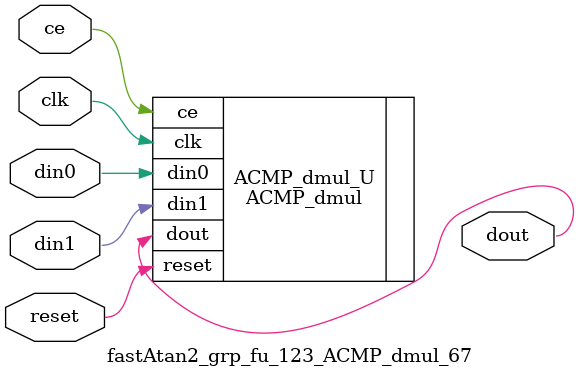
<source format=v>

`timescale 1 ns / 1 ps
module fastAtan2_grp_fu_123_ACMP_dmul_67(
    clk,
    reset,
    ce,
    din0,
    din1,
    dout);

parameter ID = 32'd1;
parameter NUM_STAGE = 32'd1;
parameter din0_WIDTH = 32'd1;
parameter din1_WIDTH = 32'd1;
parameter dout_WIDTH = 32'd1;
input clk;
input reset;
input ce;
input[din0_WIDTH - 1:0] din0;
input[din1_WIDTH - 1:0] din1;
output[dout_WIDTH - 1:0] dout;



ACMP_dmul #(
.ID( ID ),
.NUM_STAGE( 6 ),
.din0_WIDTH( din0_WIDTH ),
.din1_WIDTH( din1_WIDTH ),
.dout_WIDTH( dout_WIDTH ))
ACMP_dmul_U(
    .clk( clk ),
    .reset( reset ),
    .ce( ce ),
    .din0( din0 ),
    .din1( din1 ),
    .dout( dout ));

endmodule

</source>
